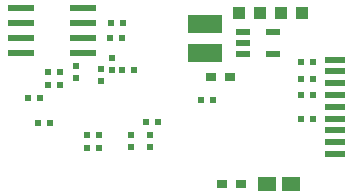
<source format=gbr>
G04 #@! TF.GenerationSoftware,KiCad,Pcbnew,5.99.0-unknown-efbc802~86~ubuntu18.04.1*
G04 #@! TF.CreationDate,2019-09-12T13:39:22+03:00*
G04 #@! TF.ProjectId,USB-GIGABIT_Rev_C,5553422d-4749-4474-9142-49545f526576,rev?*
G04 #@! TF.SameCoordinates,Original*
G04 #@! TF.FileFunction,Paste,Bot*
G04 #@! TF.FilePolarity,Positive*
%FSLAX46Y46*%
G04 Gerber Fmt 4.6, Leading zero omitted, Abs format (unit mm)*
G04 Created by KiCad (PCBNEW 5.99.0-unknown-efbc802~86~ubuntu18.04.1) date 2019-09-12 13:39:22*
%MOMM*%
%LPD*%
G04 APERTURE LIST*
%ADD10R,1.200000X0.550000*%
%ADD11R,1.016000X1.016000*%
%ADD12R,3.000000X1.600000*%
%ADD13R,1.800000X0.500000*%
%ADD14R,0.500000X0.550000*%
%ADD15R,0.550000X0.500000*%
%ADD16R,0.900000X0.800000*%
%ADD17R,1.524000X1.270000*%
%ADD18R,2.200000X0.600000*%
G04 APERTURE END LIST*
D10*
X93850000Y-65550000D03*
X93850000Y-64600000D03*
X93850000Y-63650000D03*
X96450000Y-65550000D03*
X96450000Y-63650000D03*
D11*
X95289000Y-62050000D03*
X93511000Y-62050000D03*
X98889000Y-62050000D03*
X97111000Y-62050000D03*
D12*
X90700000Y-65400000D03*
X90700000Y-63000000D03*
D13*
X101700000Y-66000000D03*
X101700000Y-67000000D03*
X101700000Y-68000000D03*
X101700000Y-69000000D03*
X101700000Y-70000000D03*
X101700000Y-71000000D03*
X101700000Y-72000000D03*
X101700000Y-73000000D03*
X101700000Y-74000000D03*
D14*
X99847400Y-67650000D03*
X98831400Y-67650000D03*
X99808000Y-66200000D03*
X98792000Y-66200000D03*
D15*
X79768700Y-67576700D03*
X79768700Y-66560700D03*
D14*
X80708500Y-72374000D03*
X81724500Y-72374000D03*
D16*
X92100500Y-76517500D03*
X93700500Y-76517500D03*
D14*
X86677500Y-71294500D03*
X85661500Y-71294500D03*
D15*
X82791300Y-65874900D03*
X82791300Y-66890900D03*
D14*
X76695300Y-69240400D03*
X75679300Y-69240400D03*
D16*
X92750000Y-67500000D03*
X91150000Y-67500000D03*
D14*
X77546200Y-71399400D03*
X76530200Y-71399400D03*
D15*
X81838800Y-66827400D03*
X81838800Y-67843400D03*
D14*
X91308000Y-69400000D03*
X90292000Y-69400000D03*
X84645500Y-66903600D03*
X83629500Y-66903600D03*
X80708500Y-73453500D03*
X81724500Y-73453500D03*
D15*
X84391500Y-73390000D03*
X84391500Y-72374000D03*
X86042500Y-73390000D03*
X86042500Y-72374000D03*
D17*
X97980501Y-76517500D03*
X95948501Y-76517500D03*
D14*
X99796600Y-68999100D03*
X98780600Y-68999100D03*
X99847400Y-70993000D03*
X98831400Y-70993000D03*
X82740500Y-62912500D03*
X83756500Y-62912500D03*
X83629500Y-64182500D03*
X82613500Y-64182500D03*
X78422500Y-67040000D03*
X77406500Y-67040000D03*
X77406500Y-68183000D03*
X78422500Y-68183000D03*
D18*
X75124000Y-61642500D03*
X75124000Y-62912500D03*
X75124000Y-64182500D03*
X75124000Y-65452500D03*
X80324000Y-65452500D03*
X80324000Y-64182500D03*
X80324000Y-62912500D03*
X80324000Y-61642500D03*
M02*

</source>
